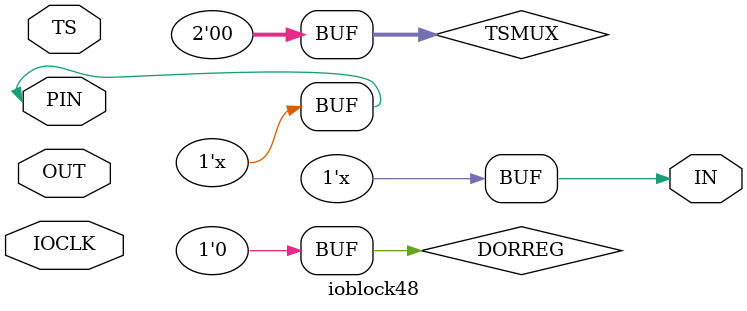
<source format=v>
module ioblock48(
	       inout  PIN,
	       input  TS,
	       input  OUT,
	       output IN,
	       input IOCLK
	       );
   
   reg 		     D;
   reg [2-1:0] 	     TSMUX;
   reg 		     DORREG;

   assign PIN = ( TSMUX == 2'b00 ) ? 1'bz : (( TSMUX == 2'b01 && TS == 1'b1 ) ? OUT : (( TSMUX == 2'b01 && TS == 1'b0 ) ? 1'bz : OUT));
   assign IN  = ( DORREG == 1'b0 ) ? PIN  : D;
   
   initial
     begin
	D=1'b0;
	TSMUX=2'b00;
	DORREG=1'b0;
     end
   
   always @(posedge IOCLK) D=PIN;
   
endmodule       

</source>
